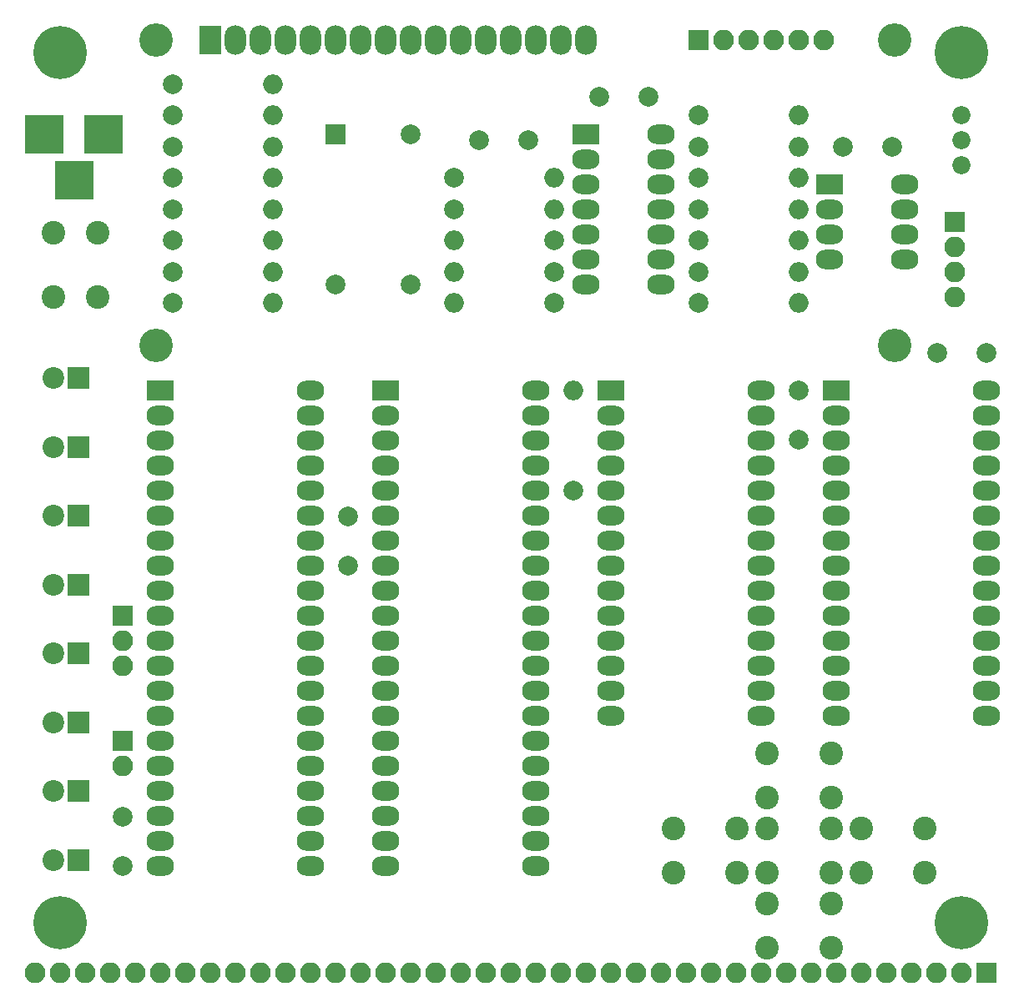
<source format=gbs>
G04 #@! TF.GenerationSoftware,KiCad,Pcbnew,(5.1.5)-3*
G04 #@! TF.CreationDate,2020-03-11T18:50:25+01:00*
G04 #@! TF.ProjectId,BE6502 SBC,42453635-3032-4205-9342-432e6b696361,rev?*
G04 #@! TF.SameCoordinates,Original*
G04 #@! TF.FileFunction,Soldermask,Bot*
G04 #@! TF.FilePolarity,Negative*
%FSLAX46Y46*%
G04 Gerber Fmt 4.6, Leading zero omitted, Abs format (unit mm)*
G04 Created by KiCad (PCBNEW (5.1.5)-3) date 2020-03-11 18:50:25*
%MOMM*%
%LPD*%
G04 APERTURE LIST*
%ADD10R,2.800000X2.000000*%
%ADD11O,2.800000X2.000000*%
%ADD12O,2.000000X2.000000*%
%ADD13C,2.000000*%
%ADD14R,2.100000X2.100000*%
%ADD15O,2.100000X2.100000*%
%ADD16R,3.900000X3.900000*%
%ADD17C,5.400000*%
%ADD18R,2.000000X2.000000*%
%ADD19R,2.200000X2.200000*%
%ADD20C,2.200000*%
%ADD21C,1.840000*%
%ADD22C,2.400000*%
%ADD23R,2.200000X3.000000*%
%ADD24O,2.200000X3.000000*%
%ADD25C,3.400000*%
G04 APERTURE END LIST*
D10*
X157480000Y-60325000D03*
D11*
X165100000Y-75565000D03*
X157480000Y-62865000D03*
X165100000Y-73025000D03*
X157480000Y-65405000D03*
X165100000Y-70485000D03*
X157480000Y-67945000D03*
X165100000Y-67945000D03*
X157480000Y-70485000D03*
X165100000Y-65405000D03*
X157480000Y-73025000D03*
X165100000Y-62865000D03*
X157480000Y-75565000D03*
X165100000Y-60325000D03*
D12*
X154305000Y-64770000D03*
D13*
X144145000Y-64770000D03*
X144145000Y-67945000D03*
D12*
X154305000Y-67945000D03*
D13*
X168910000Y-74295000D03*
D12*
X179070000Y-74295000D03*
D14*
X198120000Y-145415000D03*
D15*
X195580000Y-145415000D03*
X193040000Y-145415000D03*
X190500000Y-145415000D03*
X187960000Y-145415000D03*
X185420000Y-145415000D03*
X182880000Y-145415000D03*
X180340000Y-145415000D03*
X177800000Y-145415000D03*
X175260000Y-145415000D03*
X172720000Y-145415000D03*
X170180000Y-145415000D03*
X167640000Y-145415000D03*
X165100000Y-145415000D03*
X162560000Y-145415000D03*
X160020000Y-145415000D03*
X157480000Y-145415000D03*
X154940000Y-145415000D03*
X152400000Y-145415000D03*
X149860000Y-145415000D03*
X147320000Y-145415000D03*
X144780000Y-145415000D03*
X142240000Y-145415000D03*
X139700000Y-145415000D03*
X137160000Y-145415000D03*
X134620000Y-145415000D03*
X132080000Y-145415000D03*
X129540000Y-145415000D03*
X127000000Y-145415000D03*
X124460000Y-145415000D03*
X121920000Y-145415000D03*
X119380000Y-145415000D03*
X116840000Y-145415000D03*
X114300000Y-145415000D03*
X111760000Y-145415000D03*
X109220000Y-145415000D03*
X106680000Y-145415000D03*
X104140000Y-145415000D03*
X101600000Y-145415000D03*
D16*
X108585000Y-60325000D03*
X102585000Y-60325000D03*
X105585000Y-65025000D03*
D17*
X104140000Y-140335000D03*
X195580000Y-140335000D03*
X195580000Y-52070000D03*
X104140000Y-52070000D03*
D13*
X133350000Y-104140000D03*
X133350000Y-99140000D03*
X179070000Y-86360000D03*
X179070000Y-91360000D03*
X198120000Y-82550000D03*
X193120000Y-82550000D03*
X110490000Y-134620000D03*
X110490000Y-129620000D03*
X163830000Y-56515000D03*
X158830000Y-56515000D03*
X146685000Y-60960000D03*
X151685000Y-60960000D03*
D14*
X110490000Y-121920000D03*
D15*
X110490000Y-124460000D03*
D13*
X154305000Y-77470000D03*
D12*
X144145000Y-77470000D03*
D13*
X154305000Y-74295000D03*
D12*
X144145000Y-74295000D03*
D13*
X154305000Y-71120000D03*
D12*
X144145000Y-71120000D03*
D13*
X168910000Y-77470000D03*
D12*
X179070000Y-77470000D03*
D13*
X168910000Y-64770000D03*
D12*
X179070000Y-64770000D03*
D13*
X168910000Y-67945000D03*
D12*
X179070000Y-67945000D03*
D13*
X115570000Y-55245000D03*
D12*
X125730000Y-55245000D03*
D13*
X115570000Y-58420000D03*
D12*
X125730000Y-58420000D03*
D13*
X115570000Y-61595000D03*
D12*
X125730000Y-61595000D03*
D18*
X132080000Y-60325000D03*
D13*
X139700000Y-60325000D03*
X139700000Y-75565000D03*
X132080000Y-75565000D03*
D19*
X106045000Y-85090000D03*
D20*
X103505000Y-85090000D03*
D19*
X106045000Y-92075000D03*
D20*
X103505000Y-92075000D03*
D19*
X106045000Y-99060000D03*
D20*
X103505000Y-99060000D03*
D19*
X106045000Y-106045000D03*
D20*
X103505000Y-106045000D03*
D19*
X106045000Y-113030000D03*
D20*
X103505000Y-113030000D03*
D19*
X106045000Y-120015000D03*
D20*
X103505000Y-120015000D03*
D19*
X106045000Y-127000000D03*
D20*
X103505000Y-127000000D03*
D19*
X106045000Y-133985000D03*
D20*
X103505000Y-133985000D03*
D14*
X110490000Y-109220000D03*
D15*
X110490000Y-111760000D03*
X110490000Y-114300000D03*
D12*
X179070000Y-58420000D03*
D13*
X168910000Y-58420000D03*
X168910000Y-71120000D03*
D12*
X179070000Y-71120000D03*
D13*
X115570000Y-64770000D03*
D12*
X125730000Y-64770000D03*
D13*
X115570000Y-67945000D03*
D12*
X125730000Y-67945000D03*
D13*
X115570000Y-71120000D03*
D12*
X125730000Y-71120000D03*
D13*
X115570000Y-74295000D03*
D12*
X125730000Y-74295000D03*
D13*
X115570000Y-77470000D03*
D12*
X125730000Y-77470000D03*
D21*
X195580000Y-58420000D03*
X195580000Y-60960000D03*
X195580000Y-63500000D03*
D22*
X108005000Y-76835000D03*
X103505000Y-76835000D03*
X108005000Y-70335000D03*
X103505000Y-70335000D03*
X175895000Y-135310000D03*
X175895000Y-130810000D03*
X182395000Y-135310000D03*
X182395000Y-130810000D03*
X175895000Y-127690000D03*
X175895000Y-123190000D03*
X182395000Y-127690000D03*
X182395000Y-123190000D03*
X175895000Y-142930000D03*
X175895000Y-138430000D03*
X182395000Y-142930000D03*
X182395000Y-138430000D03*
X166370000Y-135310000D03*
X166370000Y-130810000D03*
X172870000Y-135310000D03*
X172870000Y-130810000D03*
X185420000Y-135310000D03*
X185420000Y-130810000D03*
X191920000Y-135310000D03*
X191920000Y-130810000D03*
D10*
X137160000Y-86360000D03*
D11*
X152400000Y-134620000D03*
X137160000Y-88900000D03*
X152400000Y-132080000D03*
X137160000Y-91440000D03*
X152400000Y-129540000D03*
X137160000Y-93980000D03*
X152400000Y-127000000D03*
X137160000Y-96520000D03*
X152400000Y-124460000D03*
X137160000Y-99060000D03*
X152400000Y-121920000D03*
X137160000Y-101600000D03*
X152400000Y-119380000D03*
X137160000Y-104140000D03*
X152400000Y-116840000D03*
X137160000Y-106680000D03*
X152400000Y-114300000D03*
X137160000Y-109220000D03*
X152400000Y-111760000D03*
X137160000Y-111760000D03*
X152400000Y-109220000D03*
X137160000Y-114300000D03*
X152400000Y-106680000D03*
X137160000Y-116840000D03*
X152400000Y-104140000D03*
X137160000Y-119380000D03*
X152400000Y-101600000D03*
X137160000Y-121920000D03*
X152400000Y-99060000D03*
X137160000Y-124460000D03*
X152400000Y-96520000D03*
X137160000Y-127000000D03*
X152400000Y-93980000D03*
X137160000Y-129540000D03*
X152400000Y-91440000D03*
X137160000Y-132080000D03*
X152400000Y-88900000D03*
X137160000Y-134620000D03*
X152400000Y-86360000D03*
D10*
X160020000Y-86360000D03*
D11*
X175260000Y-119380000D03*
X160020000Y-88900000D03*
X175260000Y-116840000D03*
X160020000Y-91440000D03*
X175260000Y-114300000D03*
X160020000Y-93980000D03*
X175260000Y-111760000D03*
X160020000Y-96520000D03*
X175260000Y-109220000D03*
X160020000Y-99060000D03*
X175260000Y-106680000D03*
X160020000Y-101600000D03*
X175260000Y-104140000D03*
X160020000Y-104140000D03*
X175260000Y-101600000D03*
X160020000Y-106680000D03*
X175260000Y-99060000D03*
X160020000Y-109220000D03*
X175260000Y-96520000D03*
X160020000Y-111760000D03*
X175260000Y-93980000D03*
X160020000Y-114300000D03*
X175260000Y-91440000D03*
X160020000Y-116840000D03*
X175260000Y-88900000D03*
X160020000Y-119380000D03*
X175260000Y-86360000D03*
D10*
X182880000Y-86360000D03*
D11*
X198120000Y-119380000D03*
X182880000Y-88900000D03*
X198120000Y-116840000D03*
X182880000Y-91440000D03*
X198120000Y-114300000D03*
X182880000Y-93980000D03*
X198120000Y-111760000D03*
X182880000Y-96520000D03*
X198120000Y-109220000D03*
X182880000Y-99060000D03*
X198120000Y-106680000D03*
X182880000Y-101600000D03*
X198120000Y-104140000D03*
X182880000Y-104140000D03*
X198120000Y-101600000D03*
X182880000Y-106680000D03*
X198120000Y-99060000D03*
X182880000Y-109220000D03*
X198120000Y-96520000D03*
X182880000Y-111760000D03*
X198120000Y-93980000D03*
X182880000Y-114300000D03*
X198120000Y-91440000D03*
X182880000Y-116840000D03*
X198120000Y-88900000D03*
X182880000Y-119380000D03*
X198120000Y-86360000D03*
D10*
X114300000Y-86360000D03*
D11*
X129540000Y-134620000D03*
X114300000Y-88900000D03*
X129540000Y-132080000D03*
X114300000Y-91440000D03*
X129540000Y-129540000D03*
X114300000Y-93980000D03*
X129540000Y-127000000D03*
X114300000Y-96520000D03*
X129540000Y-124460000D03*
X114300000Y-99060000D03*
X129540000Y-121920000D03*
X114300000Y-101600000D03*
X129540000Y-119380000D03*
X114300000Y-104140000D03*
X129540000Y-116840000D03*
X114300000Y-106680000D03*
X129540000Y-114300000D03*
X114300000Y-109220000D03*
X129540000Y-111760000D03*
X114300000Y-111760000D03*
X129540000Y-109220000D03*
X114300000Y-114300000D03*
X129540000Y-106680000D03*
X114300000Y-116840000D03*
X129540000Y-104140000D03*
X114300000Y-119380000D03*
X129540000Y-101600000D03*
X114300000Y-121920000D03*
X129540000Y-99060000D03*
X114300000Y-124460000D03*
X129540000Y-96520000D03*
X114300000Y-127000000D03*
X129540000Y-93980000D03*
X114300000Y-129540000D03*
X129540000Y-91440000D03*
X114300000Y-132080000D03*
X129540000Y-88900000D03*
X114300000Y-134620000D03*
X129540000Y-86360000D03*
D14*
X194945000Y-69215000D03*
D15*
X194945000Y-71755000D03*
X194945000Y-74295000D03*
X194945000Y-76835000D03*
D13*
X156210000Y-96520000D03*
D12*
X156210000Y-86360000D03*
X179070000Y-61595000D03*
D13*
X168910000Y-61595000D03*
D15*
X181610000Y-50800000D03*
X179070000Y-50800000D03*
X176530000Y-50800000D03*
X173990000Y-50800000D03*
X171450000Y-50800000D03*
D14*
X168910000Y-50800000D03*
D11*
X189865000Y-65405000D03*
X182245000Y-73025000D03*
X189865000Y-67945000D03*
X182245000Y-70485000D03*
X189865000Y-70485000D03*
X182245000Y-67945000D03*
X189865000Y-73025000D03*
D10*
X182245000Y-65405000D03*
D13*
X183595000Y-61595000D03*
X188595000Y-61595000D03*
D23*
X119380000Y-50800000D03*
D24*
X121920000Y-50800000D03*
X124460000Y-50800000D03*
X127000000Y-50800000D03*
X129540000Y-50800000D03*
X132080000Y-50800000D03*
X134620000Y-50800000D03*
X137160000Y-50800000D03*
X139700000Y-50800000D03*
X142240000Y-50800000D03*
X144780000Y-50800000D03*
X147320000Y-50800000D03*
X149860000Y-50800000D03*
X152400000Y-50800000D03*
X154940000Y-50800000D03*
X157480000Y-50800000D03*
D25*
X113880900Y-50800000D03*
X113880900Y-81800700D03*
X188879480Y-81800700D03*
X188880000Y-50800000D03*
M02*

</source>
